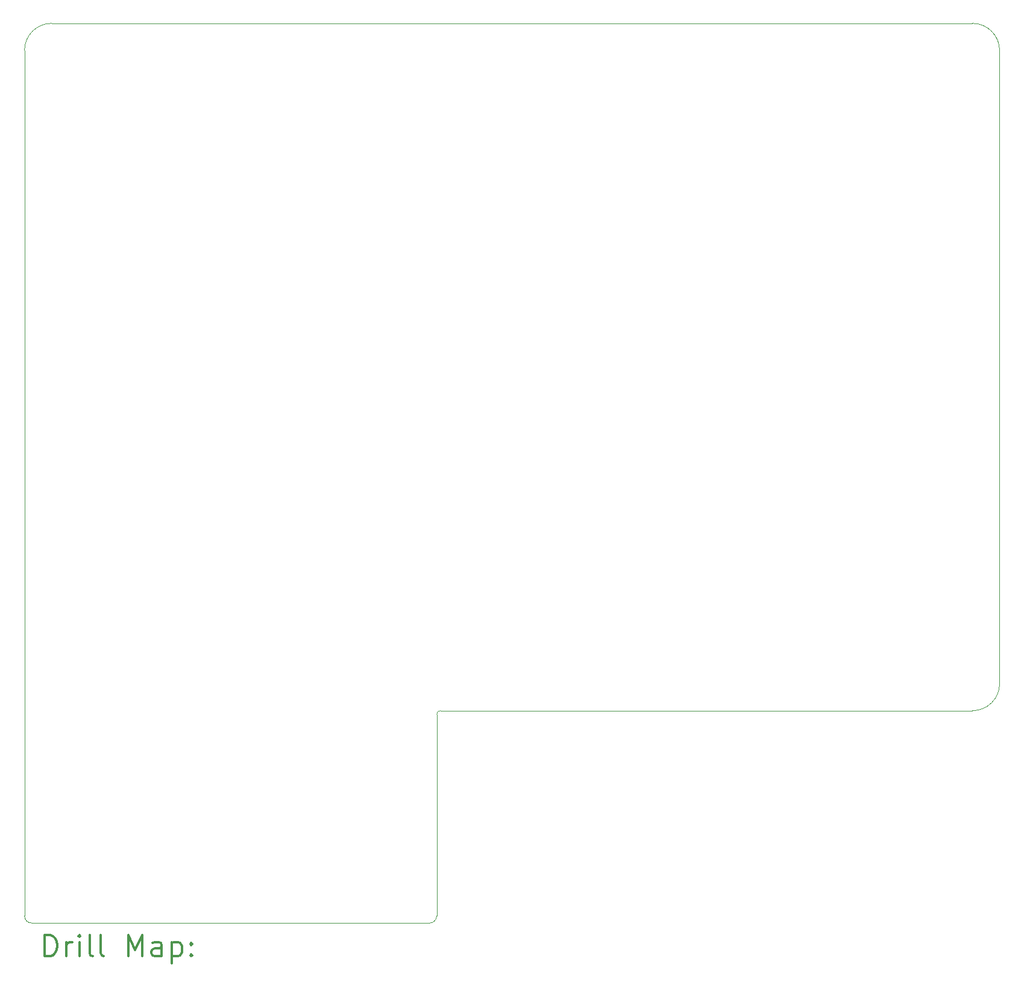
<source format=gbr>
%FSLAX45Y45*%
G04 Gerber Fmt 4.5, Leading zero omitted, Abs format (unit mm)*
G04 Created by KiCad (PCBNEW (5.1.9)-1) date 2023-02-03 17:28:40*
%MOMM*%
%LPD*%
G01*
G04 APERTURE LIST*
%TA.AperFunction,Profile*%
%ADD10C,0.025400*%
%TD*%
%ADD11C,0.200000*%
%ADD12C,0.300000*%
G04 APERTURE END LIST*
D10*
X8007900Y-3911100D02*
G75*
G02*
X8388900Y-3530100I381000J0D01*
G01*
X21325000Y-3530100D02*
X8388900Y-3530100D01*
X21325000Y-3530100D02*
G75*
G02*
X21706000Y-3911100I0J-381000D01*
G01*
X21706000Y-12809500D02*
G75*
G02*
X21325000Y-13190500I-381000J0D01*
G01*
X13849900Y-13190500D02*
G75*
G03*
X13799100Y-13241300I0J-50800D01*
G01*
X21325000Y-13190500D02*
X13849900Y-13190500D01*
X21706000Y-12809500D02*
X21706000Y-3911100D01*
X13799100Y-13241300D02*
X13799100Y-16035300D01*
X8007900Y-16035300D02*
X8007900Y-16073400D01*
X8007900Y-16073400D02*
G75*
G03*
X8109500Y-16175000I101600J0D01*
G01*
X13799100Y-16073400D02*
X13799100Y-16035300D01*
X13697500Y-16175000D02*
G75*
G03*
X13799100Y-16073400I0J101600D01*
G01*
X8007900Y-3911100D02*
X8007900Y-16035300D01*
X8109500Y-16175000D02*
X13697500Y-16175000D01*
D11*
D12*
X8293058Y-16641984D02*
X8293058Y-16341984D01*
X8364487Y-16341984D01*
X8407344Y-16356270D01*
X8435916Y-16384841D01*
X8450201Y-16413413D01*
X8464487Y-16470556D01*
X8464487Y-16513413D01*
X8450201Y-16570556D01*
X8435916Y-16599127D01*
X8407344Y-16627699D01*
X8364487Y-16641984D01*
X8293058Y-16641984D01*
X8593058Y-16641984D02*
X8593058Y-16441984D01*
X8593058Y-16499127D02*
X8607344Y-16470556D01*
X8621630Y-16456270D01*
X8650201Y-16441984D01*
X8678773Y-16441984D01*
X8778773Y-16641984D02*
X8778773Y-16441984D01*
X8778773Y-16341984D02*
X8764487Y-16356270D01*
X8778773Y-16370556D01*
X8793058Y-16356270D01*
X8778773Y-16341984D01*
X8778773Y-16370556D01*
X8964487Y-16641984D02*
X8935916Y-16627699D01*
X8921630Y-16599127D01*
X8921630Y-16341984D01*
X9121630Y-16641984D02*
X9093058Y-16627699D01*
X9078773Y-16599127D01*
X9078773Y-16341984D01*
X9464487Y-16641984D02*
X9464487Y-16341984D01*
X9564487Y-16556270D01*
X9664487Y-16341984D01*
X9664487Y-16641984D01*
X9935916Y-16641984D02*
X9935916Y-16484841D01*
X9921630Y-16456270D01*
X9893058Y-16441984D01*
X9835916Y-16441984D01*
X9807344Y-16456270D01*
X9935916Y-16627699D02*
X9907344Y-16641984D01*
X9835916Y-16641984D01*
X9807344Y-16627699D01*
X9793058Y-16599127D01*
X9793058Y-16570556D01*
X9807344Y-16541984D01*
X9835916Y-16527699D01*
X9907344Y-16527699D01*
X9935916Y-16513413D01*
X10078773Y-16441984D02*
X10078773Y-16741984D01*
X10078773Y-16456270D02*
X10107344Y-16441984D01*
X10164487Y-16441984D01*
X10193058Y-16456270D01*
X10207344Y-16470556D01*
X10221630Y-16499127D01*
X10221630Y-16584841D01*
X10207344Y-16613413D01*
X10193058Y-16627699D01*
X10164487Y-16641984D01*
X10107344Y-16641984D01*
X10078773Y-16627699D01*
X10350201Y-16613413D02*
X10364487Y-16627699D01*
X10350201Y-16641984D01*
X10335916Y-16627699D01*
X10350201Y-16613413D01*
X10350201Y-16641984D01*
X10350201Y-16456270D02*
X10364487Y-16470556D01*
X10350201Y-16484841D01*
X10335916Y-16470556D01*
X10350201Y-16456270D01*
X10350201Y-16484841D01*
M02*

</source>
